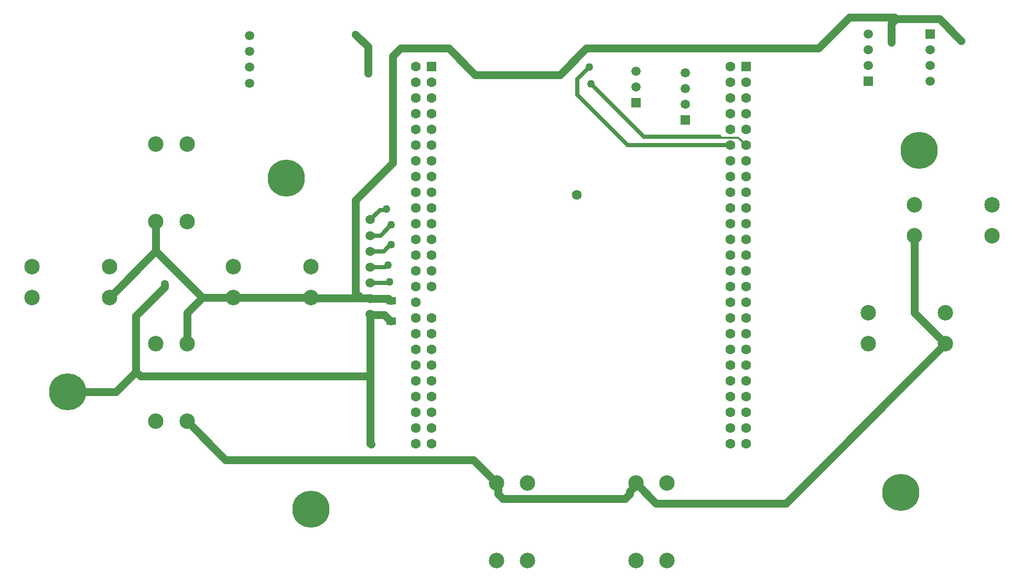
<source format=gbl>
G04*
G04 #@! TF.GenerationSoftware,Altium Limited,Altium Designer,19.1.5 (86)*
G04*
G04 Layer_Physical_Order=2*
G04 Layer_Color=16711680*
%FSLAX44Y44*%
%MOMM*%
G71*
G01*
G75*
%ADD31R,1.5240X1.3000*%
%ADD34C,1.2700*%
%ADD35C,0.6350*%
%ADD36C,0.3048*%
%ADD37C,1.6000*%
%ADD38R,1.6000X1.6000*%
%ADD39C,1.5000*%
%ADD40C,2.5000*%
%ADD41C,6.0000*%
%ADD42R,1.5000X1.5000*%
%ADD43C,1.2700*%
D31*
X630000Y511980D02*
D03*
Y545000D02*
D03*
D34*
X375000Y550000D02*
X500000D01*
X185061Y397500D02*
X217500Y429939D01*
X107500Y397500D02*
X185061D01*
X762500Y287500D02*
X800000Y250000D01*
X362500Y287500D02*
X762500D01*
X300000Y350000D02*
X362500Y287500D01*
X572500Y975000D02*
X592500Y955000D01*
Y912500D02*
Y955000D01*
X581359Y548580D02*
X595670D01*
X501420D02*
X581359D01*
X595670D02*
X596110Y548140D01*
X500000Y550000D02*
X501420Y548580D01*
X572500Y557439D02*
X581359Y548580D01*
X572500Y557439D02*
Y707500D01*
X632500Y767500D01*
Y940000D01*
X645000Y952500D01*
X722500D01*
X765000Y910000D01*
X822500D01*
X1442440Y1002500D02*
X1444940Y1000000D01*
X1370000Y1002500D02*
X1442440D01*
X1320000Y952500D02*
X1370000Y1002500D01*
X945000Y952500D02*
X1320000D01*
X902500Y910000D02*
X945000Y952500D01*
X822500Y910000D02*
X902500D01*
X1437500Y992561D02*
X1444940Y1000000D01*
X1437500Y962500D02*
Y992561D01*
X1444940Y1000000D02*
X1515000D01*
X1550000Y965000D01*
X596110Y418265D02*
Y522640D01*
Y313890D02*
Y418265D01*
X591875Y422500D02*
X596110Y418265D01*
X224939Y422500D02*
X591875D01*
X217500Y429939D02*
X224939Y422500D01*
X217500Y429939D02*
Y520000D01*
X264160Y566660D01*
Y571500D01*
X596110Y313890D02*
X597500Y312500D01*
X1267500Y217500D02*
X1525000Y475000D01*
X1057500Y217500D02*
X1267500D01*
X1025000Y250000D02*
X1057500Y217500D01*
X1475000Y525000D02*
X1525000Y475000D01*
X1475000Y525000D02*
Y650000D01*
X1007561Y225000D02*
X1015000Y232439D01*
Y236672D01*
X1025000Y246672D01*
Y250000D01*
X809793Y225000D02*
X1007561D01*
X802354Y232439D02*
X809793Y225000D01*
X802354Y232439D02*
Y247647D01*
X800000Y250000D02*
X802354Y247647D01*
X300000Y475000D02*
Y525000D01*
X325000Y550000D01*
X250000Y625000D02*
X325000Y550000D01*
X375000D01*
X250000Y625000D02*
Y672672D01*
X175000Y550000D02*
X250000Y625000D01*
X596110Y522640D02*
X596550Y522200D01*
X618660D01*
X628880Y511980D01*
X630000D01*
X628880Y545000D02*
X630000D01*
X625740Y548140D02*
X628880Y545000D01*
X596110Y548140D02*
X625740D01*
D35*
X1011210Y796290D02*
X1177290D01*
X930000Y877500D02*
X1011210Y796290D01*
X930000Y877500D02*
Y902500D01*
X950000Y922500D01*
X1037500Y810000D02*
X1160000D01*
X952500Y895000D02*
X1037500Y810000D01*
X621285Y691285D02*
X622500Y692500D01*
X611755Y691285D02*
X621285D01*
X596110Y675640D02*
X611755Y691285D01*
X596250Y650000D02*
X612500D01*
X596110Y650140D02*
X596250Y650000D01*
X612500D02*
X630000Y667500D01*
X596110Y624640D02*
X617922D01*
X628282Y635000D01*
X630000D01*
X623282Y602500D02*
X625000D01*
X619922Y599140D02*
X623282Y602500D01*
X596110Y599140D02*
X619922D01*
X613135Y573640D02*
X613280Y573785D01*
X626285D01*
X627500Y575000D01*
X596110Y573640D02*
X613135D01*
D36*
X1160000Y810000D02*
X1161646Y808354D01*
X1190626D01*
X1202690Y796290D01*
D37*
X669290Y339090D02*
D03*
X694690D02*
D03*
X669290Y364490D02*
D03*
X694690D02*
D03*
X669290Y389890D02*
D03*
X694690D02*
D03*
X669290Y415290D02*
D03*
X694690D02*
D03*
X669290Y440690D02*
D03*
X694690D02*
D03*
X669290Y466090D02*
D03*
X694690D02*
D03*
X669290Y491490D02*
D03*
X694690D02*
D03*
X669290Y516890D02*
D03*
X694690D02*
D03*
X669290Y542290D02*
D03*
X929690Y716040D02*
D03*
X669290Y567690D02*
D03*
X694690D02*
D03*
X669290Y593090D02*
D03*
X694690D02*
D03*
X669290Y618490D02*
D03*
X694690D02*
D03*
X669290Y643890D02*
D03*
X694690D02*
D03*
X669290Y669290D02*
D03*
X694690D02*
D03*
X669290Y694690D02*
D03*
X694690D02*
D03*
X669290Y720090D02*
D03*
X694690D02*
D03*
X669290Y745490D02*
D03*
X694690D02*
D03*
X669290Y770890D02*
D03*
X694690D02*
D03*
X669290Y796290D02*
D03*
X694690D02*
D03*
X669290Y821690D02*
D03*
X694690D02*
D03*
X669290Y847090D02*
D03*
X694690D02*
D03*
X669290Y872490D02*
D03*
X694690D02*
D03*
X669290Y897890D02*
D03*
X694690D02*
D03*
X669290Y923290D02*
D03*
Y313690D02*
D03*
X694690D02*
D03*
X1202690D02*
D03*
X1177290D02*
D03*
Y923290D02*
D03*
X1202690Y897890D02*
D03*
X1177290D02*
D03*
X1202690Y872490D02*
D03*
X1177290D02*
D03*
X1202690Y847090D02*
D03*
X1177290D02*
D03*
X1202690Y821690D02*
D03*
Y796290D02*
D03*
X1177290D02*
D03*
X1202690Y770890D02*
D03*
X1177290D02*
D03*
X1202690Y745490D02*
D03*
X1177290D02*
D03*
X1202690Y720090D02*
D03*
X1177290D02*
D03*
X1202690Y694690D02*
D03*
X1177290D02*
D03*
X1202690Y669290D02*
D03*
X1177290D02*
D03*
X1202690Y643890D02*
D03*
X1177290D02*
D03*
X1202690Y618490D02*
D03*
X1177290D02*
D03*
X1202690Y593090D02*
D03*
X1177290D02*
D03*
X1202690Y567690D02*
D03*
X1177290D02*
D03*
X1202690Y542290D02*
D03*
X1177290D02*
D03*
X1202690Y516890D02*
D03*
X1177290D02*
D03*
X1202690Y491490D02*
D03*
X1177290D02*
D03*
X1202690Y466090D02*
D03*
X1177290D02*
D03*
X1202690Y440690D02*
D03*
X1177290D02*
D03*
X1202690Y415290D02*
D03*
X1177290D02*
D03*
X1202690Y389890D02*
D03*
X1177290D02*
D03*
X1202690Y364490D02*
D03*
X1177290D02*
D03*
X1202690Y339090D02*
D03*
X1177290D02*
D03*
Y821690D02*
D03*
D38*
X694690Y923290D02*
D03*
X1202690D02*
D03*
D39*
X401000Y896500D02*
D03*
Y922000D02*
D03*
Y947500D02*
D03*
Y973000D02*
D03*
X596110Y522640D02*
D03*
Y548140D02*
D03*
Y573640D02*
D03*
Y599140D02*
D03*
Y624640D02*
D03*
Y650140D02*
D03*
Y675640D02*
D03*
X1025000Y890000D02*
D03*
Y915400D02*
D03*
X1400000Y975400D02*
D03*
Y950000D02*
D03*
Y924600D02*
D03*
X1500000Y899200D02*
D03*
Y924600D02*
D03*
Y950000D02*
D03*
X1105000Y862500D02*
D03*
Y887900D02*
D03*
Y913300D02*
D03*
D40*
X1400000Y525000D02*
D03*
Y475000D02*
D03*
X1525000D02*
D03*
Y525000D02*
D03*
X300000Y797672D02*
D03*
X250000D02*
D03*
Y672672D02*
D03*
X300000D02*
D03*
X250000Y350000D02*
D03*
X300000D02*
D03*
Y475000D02*
D03*
X250000D02*
D03*
X50000Y600000D02*
D03*
Y550000D02*
D03*
X175000D02*
D03*
Y600000D02*
D03*
X375000D02*
D03*
Y550000D02*
D03*
X500000D02*
D03*
Y600000D02*
D03*
X1075000Y250000D02*
D03*
X1025000D02*
D03*
Y125000D02*
D03*
X1075000D02*
D03*
X850000Y250000D02*
D03*
X800000D02*
D03*
Y125000D02*
D03*
X850000D02*
D03*
X1475000Y700000D02*
D03*
Y650000D02*
D03*
X1600000D02*
D03*
Y700000D02*
D03*
D41*
X500000Y207500D02*
D03*
X107500Y397500D02*
D03*
X460000Y742500D02*
D03*
X1482500Y787500D02*
D03*
X1452500Y235000D02*
D03*
D42*
X1025000Y864600D02*
D03*
X1400000Y899200D02*
D03*
X1500000Y975400D02*
D03*
X1105000Y837100D02*
D03*
D43*
X572500Y975000D02*
D03*
X592500Y912500D02*
D03*
X950000Y922500D02*
D03*
X952500Y895000D02*
D03*
X822500Y910000D02*
D03*
X1437500Y962500D02*
D03*
X1550000Y965000D02*
D03*
X264160Y571500D02*
D03*
X597500Y312500D02*
D03*
X622500Y692500D02*
D03*
X630000Y667500D02*
D03*
Y635000D02*
D03*
X625000Y602500D02*
D03*
X627500Y575000D02*
D03*
M02*

</source>
